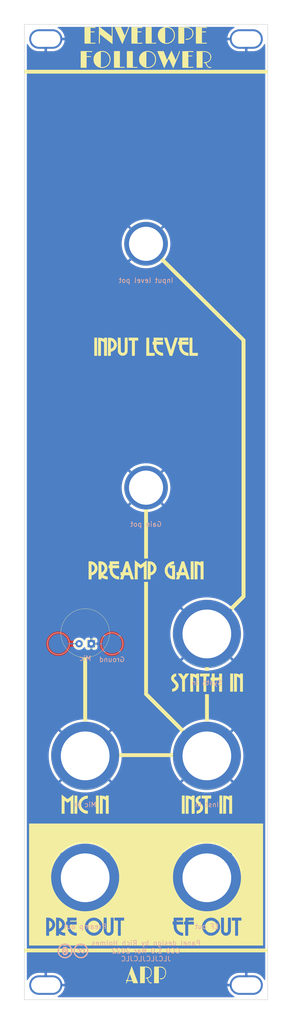
<source format=kicad_pcb>
(kicad_pcb (version 20211014) (generator pcbnew)
  (layers (0 "F.Cu" signal) (31 "B.Cu" signal) (34 "B.Paste" user) (35 "F.Paste" user) (36 "B.SilkS" user "B.Silkscreen") (37 "F.SilkS" user "F.Silkscreen") (38 "B.Mask" user) (39 "F.Mask" user) (44 "Edge.Cuts" user))
  (net 0 "")
  (net 1 "GND")
  (net 2 "Net-(J2-Pad1)")
  (footprint "Kosmo_panel:Kosmo_Panel_Dual_Slotted_Mounting_Holes" (layer "F.Cu") (at 63.1 10.6 180)
    (fp_text reference "H10" hide)
    (fp_text value "Mounting_Holes")
    (pad "1" thru_hole oval locked (at 1.4 0 180) (size 6.8 4) (drill oval 6 3.2) (layers *.Cu *.Mask) (net 1 "GND"))
    (pad "1" thru_hole oval locked (at 1.4 -194 180) (size 6.8 4) (drill oval 6 3.2) (layers *.Cu *.Mask) (net 1 "GND"))
  )
  (footprint "Kosmo_panel:Kosmo_Pot_Hole" (layer "F.Cu") (at 41.1 102.6)
    (fp_text reference "H6" hide)
    (fp_text value "Pot_Hole")
    (pad "1" thru_hole circle locked (at 0 0) (size 9 9) (drill 7) (layers *.Cu *.Mask) (net 1 "GND"))
  )
  (footprint "Kosmo_panel:Kosmo_Jack_Hole" (layer "F.Cu") (at 28.6 157.6)
    (fp_text reference "H1" hide)
    (fp_text value "Jack_Hole")
    (pad "1" thru_hole circle locked (at 0 0) (size 14 14) (drill 10) (layers *.Cu *.Mask) (net 1 "GND"))
  )
  (footprint "Kosmo_panel:Kosmo_Panel_Dual_Slotted_Mounting_Holes" (layer "F.Cu") (at 19.1 204.6)
    (fp_text reference "H7" hide)
    (fp_text value "Mounting_Holes")
    (pad "1" thru_hole oval locked (at 1.4 -194) (size 6.8 4) (drill oval 6 3.2) (layers *.Cu *.Mask) (net 1 "GND"))
    (pad "1" thru_hole oval locked (at 1.4 0) (size 6.8 4) (drill oval 6 3.2) (layers *.Cu *.Mask) (net 1 "GND"))
  )
  (footprint "Kosmo_panel:Kosmo_Jack_Hole" (layer "F.Cu") (at 28.6 182.6)
    (fp_text reference "H2" hide)
    (fp_text value "Jack_Hole")
    (pad "1" thru_hole circle locked (at 0 0) (size 14 14) (drill 10) (layers *.Cu *.Mask) (net 1 "GND"))
  )
  (footprint "Kosmo_panel:Kosmo_Jack_Hole" (layer "F.Cu") (at 53.6 157.6)
    (fp_text reference "H3" hide)
    (fp_text value "Jack_Hole")
    (pad "1" thru_hole circle locked (at 0 0) (size 14 14) (drill 10) (layers *.Cu *.Mask) (net 1 "GND"))
  )
  (footprint "Kosmo_panel:Kosmo_Jack_Hole" (layer "F.Cu") (at 53.6 182.6)
    (fp_text reference "H4" hide)
    (fp_text value "Jack_Hole")
    (pad "1" thru_hole circle locked (at 0 0) (size 14 14) (drill 10) (layers *.Cu *.Mask) (net 1 "GND"))
  )
  (footprint "ao_tht:TestPoint_THTPad_D1.5mm_Drill0.7mm" (layer "F.Cu") (at 27.35 134.6)
    (fp_text reference "J2" hide)
    (fp_text value "mic_hole")
    (pad "1" thru_hole circle locked (at 0 0) (size 1.5 1.5) (drill 0.7) (layers *.Cu *.Mask) (net 2 "Net-(J2-Pad1)"))
  )
  (footprint "Kosmo_panel:Kosmo_Pot_Hole" (layer "F.Cu") (at 41.1 52.6)
    (fp_text reference "H9" hide)
    (fp_text value "Pot_Hole")
    (pad "1" thru_hole circle locked (at 0 0) (size 9 9) (drill 7) (layers *.Cu *.Mask) (net 1 "GND"))
  )
  (footprint "Kosmo_panel:Kosmo_Jack_Hole" (layer "F.Cu") (at 53.6 132.6)
    (fp_text reference "H5" hide)
    (fp_text value "Jack_Hole")
    (pad "1" thru_hole circle locked (at 0 0) (size 14 14) (drill 10) (layers *.Cu *.Mask) (net 1 "GND"))
  )
  (footprint "arpenvfol_panel:arpenvfol_panel_art" (layer "F.Cu") (at 41.1 107.4)
    (fp_text reference "GRAF2" hide)
    (fp_text value "Art" hide)
  )
  (footprint "arpenvfol_panel:arpenvfol_panel_holes" (layer "F.Cu") (at 41.1 107.6)
    (fp_text reference "GRAF1" hide)
    (fp_text value "Holes" hide)
  )
  (footprint "ao_tht:TestPoint_THTPad_1.5x1.5mm_Drill0.7mm" (layer "F.Cu") (at 29.85 134.6)
    (fp_text reference "J1" hide)
    (fp_text value "mic_hole")
    (pad "1" thru_hole rect locked (at 0 0) (size 1.5 1.5) (drill 0.7) (layers *.Cu *.Mask) (net 1 "GND"))
  )
  (footprint "ao_tht:CC0_logo" (layer "B.Cu") (at 26.1 197.6 180)
    (fp_text reference "GRAF3" hide)
    (fp_text value "CC0 logo" hide)
  )
  (footprint "TestPoint:TestPoint_Pad_D4.0mm" (layer "B.Cu") (at 34.1 134.6)
    (fp_text reference "J4" hide)
    (fp_text value "mic_pad")
    (pad "1" smd circle (at -11 0) (size 4 4) (layers "B.Cu" "B.Mask") (net 2 "Net-(J2-Pad1)"))
  )
  (footprint "TestPoint:TestPoint_Pad_D4.0mm" (layer "B.Cu") (at 23.1 134.6)
    (fp_text reference "J3" hide)
    (fp_text value "mic_pad")
    (pad "1" smd circle (at 11 0) (size 4 4) (layers "B.Cu" "B.Mask") (net 1 "GND"))
  )
  (gr_line (start 16.1 207.6) (end 66.1 207.6) (layer "Edge.Cuts") (width 0.1))
  (gr_line (start 66.1 7.6) (end 16.1 7.6) (layer "Edge.Cuts") (width 0.1))
  (gr_line (start 16.1 7.6) (end 16.1 207.6) (layer "Edge.Cuts") (width 0.1))
  (gr_line (start 66.1 207.6) (end 66.1 7.6) (layer "Edge.Cuts") (width 0.1))
  (gr_text "Mic" (at 28.6 137.6) (layer "B.SilkS") (effects (font (size 1 1)) (justify mirror)))
  (gr_text "Gain pot" (at 41.1 110.1) (layer "B.SilkS") (effects (font (size 1 1)) (justify mirror)))
  (gr_text "EF out" (at 53.6 192.6) (layer "B.SilkS") (effects (font (size 1 1)) (justify mirror)))
  (gr_text "Ground" (at 34.1 137.85) (layer "B.SilkS") (effects (font (size 1 1)) (justify mirror)))
  (gr_text "Synth in" (at 53.6 142.6) (layer "B.SilkS") (effects (font (size 1 1)) (justify mirror)))
  (gr_text "Preamp out" (at 28.6 192.6) (layer "B.SilkS") (effects (font (size 1 1)) (justify mirror)))
  (gr_text "Input level pot" (at 41.1 60.1) (layer "B.SilkS") (effects (font (size 1 1)) (justify mirror)))
  (gr_text "Inst in" (at 53.6 167.6) (layer "B.SilkS") (effects (font (size 1 1)) (justify mirror)))
  (gr_text "Panel design by Rich Holmes\nCC0 1.0 Mar 2022\nJLCJLCJLCJLC" (at 41.1 197.6) (layer "B.SilkS") (effects (font (size 1 1)) (justify mirror)))
  (gr_text "Mic in" (at 28.6 167.6) (layer "B.SilkS") (effects (font (size 1 1)) (justify mirror)))
  (segment (start 29.85 134.6) (end 34.1 134.6) (width 0.25) (layer "B.Cu") (net 1))
  (segment (start 23.1 134.6) (end 27.35 134.6) (width 0.25) (layer "B.Cu") (net 2))
  (zone (net 1) (net_name "GND") (layers F&B.Cu) (connect_pads (clearance 0.508)) (min_thickness 0.254) (fill yes (thermal_gap 0.508) (thermal_bridge_width 0.508))
    (polygon (pts (xy 66.1 207.6) (xy 16.1 207.6) (xy 16.1 7.6) (xy 66.1 7.6)))
  )
  (zone (net 1) (net_name "GND") (layer "F.Cu") (connect_pads (clearance 0.508)) (min_thickness 0.254) (fill yes (thermal_gap 0.508) (thermal_bridge_width 0.508))
    (polygon (pts (xy 71.1 212.6) (xy 11.1 212.6) (xy 11.1 2.6) (xy 71.1 2.6)))
  )
  (zone (net 1) (net_name "GND") (layer "B.Cu") (connect_pads (clearance 0.508)) (min_thickness 0.254) (fill yes (thermal_gap 0.508) (thermal_bridge_width 0.508))
    (polygon (pts (xy 71.1 212.6) (xy 11.1 212.6) (xy 11.1 2.6) (xy 71.1 2.6)))
  )
)
</source>
